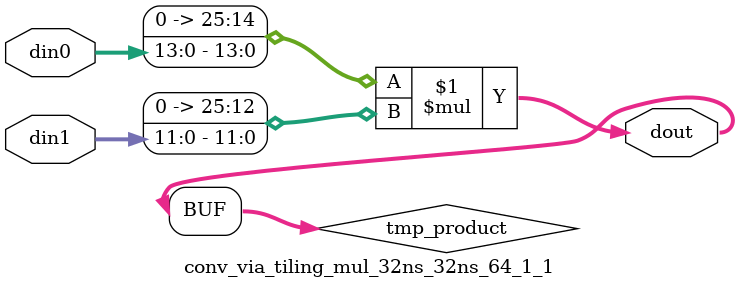
<source format=v>

`timescale 1 ns / 1 ps

 module conv_via_tiling_mul_32ns_32ns_64_1_1(din0, din1, dout);
parameter ID = 1;
parameter NUM_STAGE = 0;
parameter din0_WIDTH = 14;
parameter din1_WIDTH = 12;
parameter dout_WIDTH = 26;

input [din0_WIDTH - 1 : 0] din0; 
input [din1_WIDTH - 1 : 0] din1; 
output [dout_WIDTH - 1 : 0] dout;

wire signed [dout_WIDTH - 1 : 0] tmp_product;
























assign tmp_product = $signed({1'b0, din0}) * $signed({1'b0, din1});











assign dout = tmp_product;





















endmodule

</source>
